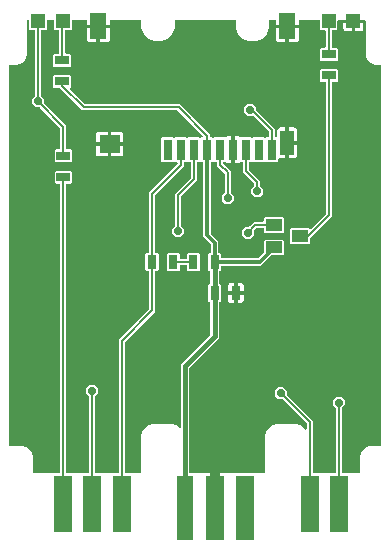
<source format=gtl>
G04 EAGLE Gerber RS-274X export*
G75*
%MOMM*%
%FSLAX34Y34*%
%LPD*%
%INTop Copper*%
%IPPOS*%
%AMOC8*
5,1,8,0,0,1.08239X$1,22.5*%
G01*
%ADD10R,1.500000X4.700000*%
%ADD11R,1.500000X5.500000*%
%ADD12R,1.400000X5.500000*%
%ADD13R,0.800000X1.800000*%
%ADD14R,1.150000X2.100000*%
%ADD15R,1.400000X2.200000*%
%ADD16R,1.800000X1.600000*%
%ADD17R,1.200000X1.200000*%
%ADD18R,1.200000X0.800000*%
%ADD19R,1.400000X1.000000*%
%ADD20R,0.800000X1.200000*%
%ADD21C,0.812800*%
%ADD22C,0.406400*%
%ADD23C,0.706400*%
%ADD24C,0.203200*%
%ADD25C,0.304800*%

G36*
X296218Y59242D02*
X296218Y59242D01*
X296237Y59240D01*
X296339Y59262D01*
X296441Y59278D01*
X296458Y59288D01*
X296478Y59292D01*
X296567Y59345D01*
X296658Y59394D01*
X296672Y59408D01*
X296689Y59418D01*
X296756Y59497D01*
X296828Y59572D01*
X296836Y59590D01*
X296849Y59605D01*
X296888Y59701D01*
X296931Y59795D01*
X296933Y59815D01*
X296941Y59833D01*
X296959Y60000D01*
X296959Y113574D01*
X296945Y113664D01*
X296937Y113755D01*
X296925Y113785D01*
X296920Y113817D01*
X296877Y113898D01*
X296841Y113981D01*
X296815Y114014D01*
X296804Y114034D01*
X296781Y114056D01*
X296736Y114112D01*
X293943Y116905D01*
X293943Y121095D01*
X296905Y124057D01*
X301095Y124057D01*
X304057Y121095D01*
X304057Y116905D01*
X302264Y115112D01*
X302211Y115038D01*
X302151Y114969D01*
X302139Y114939D01*
X302120Y114913D01*
X302093Y114826D01*
X302059Y114741D01*
X302055Y114700D01*
X302048Y114678D01*
X302049Y114645D01*
X302041Y114574D01*
X302041Y60000D01*
X302044Y59980D01*
X302042Y59961D01*
X302064Y59859D01*
X302080Y59757D01*
X302090Y59740D01*
X302094Y59720D01*
X302147Y59631D01*
X302196Y59540D01*
X302210Y59526D01*
X302220Y59509D01*
X302299Y59442D01*
X302374Y59370D01*
X302392Y59362D01*
X302407Y59349D01*
X302503Y59310D01*
X302597Y59267D01*
X302617Y59265D01*
X302635Y59257D01*
X302802Y59239D01*
X316078Y59239D01*
X316098Y59242D01*
X316117Y59240D01*
X316219Y59262D01*
X316321Y59278D01*
X316338Y59288D01*
X316358Y59292D01*
X316447Y59345D01*
X316538Y59394D01*
X316552Y59408D01*
X316569Y59418D01*
X316636Y59497D01*
X316708Y59572D01*
X316716Y59590D01*
X316729Y59605D01*
X316768Y59701D01*
X316811Y59795D01*
X316813Y59815D01*
X316821Y59833D01*
X316839Y60000D01*
X316839Y74021D01*
X318386Y77756D01*
X321244Y80614D01*
X324979Y82161D01*
X334078Y82161D01*
X334098Y82164D01*
X334117Y82162D01*
X334219Y82184D01*
X334321Y82200D01*
X334338Y82210D01*
X334358Y82214D01*
X334447Y82267D01*
X334538Y82316D01*
X334552Y82330D01*
X334569Y82340D01*
X334636Y82419D01*
X334708Y82494D01*
X334716Y82512D01*
X334729Y82527D01*
X334768Y82623D01*
X334811Y82717D01*
X334813Y82737D01*
X334821Y82755D01*
X334839Y82922D01*
X334839Y404078D01*
X334836Y404098D01*
X334838Y404117D01*
X334816Y404219D01*
X334800Y404321D01*
X334790Y404338D01*
X334786Y404358D01*
X334733Y404447D01*
X334684Y404538D01*
X334670Y404552D01*
X334660Y404569D01*
X334581Y404636D01*
X334506Y404708D01*
X334488Y404716D01*
X334473Y404729D01*
X334377Y404768D01*
X334283Y404811D01*
X334263Y404813D01*
X334245Y404821D01*
X334078Y404839D01*
X329979Y404839D01*
X326244Y406386D01*
X323386Y409244D01*
X321839Y412979D01*
X321839Y442078D01*
X321836Y442098D01*
X321838Y442117D01*
X321816Y442219D01*
X321800Y442321D01*
X321790Y442338D01*
X321786Y442358D01*
X321733Y442447D01*
X321684Y442538D01*
X321670Y442552D01*
X321660Y442569D01*
X321581Y442636D01*
X321506Y442708D01*
X321488Y442716D01*
X321473Y442729D01*
X321377Y442768D01*
X321283Y442811D01*
X321263Y442813D01*
X321245Y442821D01*
X321078Y442839D01*
X312262Y442839D01*
X312242Y442836D01*
X312223Y442838D01*
X312121Y442816D01*
X312019Y442800D01*
X312002Y442790D01*
X311982Y442786D01*
X311893Y442733D01*
X311802Y442684D01*
X311788Y442670D01*
X311771Y442660D01*
X311704Y442581D01*
X311633Y442506D01*
X311624Y442488D01*
X311611Y442473D01*
X311572Y442377D01*
X311529Y442283D01*
X311527Y442263D01*
X311519Y442245D01*
X311501Y442078D01*
X311501Y441999D01*
X311499Y441999D01*
X311499Y442078D01*
X311496Y442098D01*
X311498Y442117D01*
X311476Y442219D01*
X311459Y442321D01*
X311450Y442338D01*
X311446Y442358D01*
X311393Y442447D01*
X311344Y442538D01*
X311330Y442552D01*
X311320Y442569D01*
X311241Y442636D01*
X311166Y442708D01*
X311148Y442716D01*
X311133Y442729D01*
X311037Y442768D01*
X310943Y442811D01*
X310923Y442813D01*
X310905Y442821D01*
X310738Y442839D01*
X298786Y442839D01*
X298766Y442836D01*
X298747Y442838D01*
X298645Y442816D01*
X298543Y442800D01*
X298526Y442790D01*
X298506Y442786D01*
X298417Y442733D01*
X298326Y442684D01*
X298312Y442670D01*
X298295Y442660D01*
X298228Y442581D01*
X298156Y442506D01*
X298148Y442488D01*
X298135Y442473D01*
X298096Y442377D01*
X298053Y442283D01*
X298051Y442263D01*
X298043Y442245D01*
X298025Y442078D01*
X298025Y435368D01*
X297132Y434475D01*
X293802Y434475D01*
X293782Y434472D01*
X293763Y434474D01*
X293661Y434452D01*
X293559Y434436D01*
X293542Y434426D01*
X293522Y434422D01*
X293433Y434369D01*
X293342Y434320D01*
X293328Y434306D01*
X293311Y434296D01*
X293244Y434217D01*
X293172Y434142D01*
X293164Y434124D01*
X293151Y434109D01*
X293112Y434013D01*
X293069Y433919D01*
X293067Y433899D01*
X293059Y433881D01*
X293041Y433714D01*
X293041Y420286D01*
X293044Y420266D01*
X293042Y420247D01*
X293064Y420145D01*
X293080Y420043D01*
X293090Y420026D01*
X293094Y420006D01*
X293147Y419917D01*
X293196Y419826D01*
X293210Y419812D01*
X293220Y419795D01*
X293299Y419728D01*
X293374Y419656D01*
X293392Y419648D01*
X293407Y419635D01*
X293503Y419596D01*
X293597Y419553D01*
X293617Y419551D01*
X293635Y419543D01*
X293802Y419525D01*
X297632Y419525D01*
X298525Y418632D01*
X298525Y409368D01*
X297632Y408475D01*
X284368Y408475D01*
X283475Y409368D01*
X283475Y418632D01*
X284368Y419525D01*
X287198Y419525D01*
X287218Y419528D01*
X287237Y419526D01*
X287339Y419548D01*
X287441Y419564D01*
X287458Y419574D01*
X287478Y419578D01*
X287567Y419631D01*
X287658Y419680D01*
X287672Y419694D01*
X287689Y419704D01*
X287756Y419783D01*
X287828Y419858D01*
X287836Y419876D01*
X287849Y419891D01*
X287888Y419987D01*
X287931Y420081D01*
X287933Y420101D01*
X287941Y420119D01*
X287959Y420286D01*
X287959Y433714D01*
X287956Y433734D01*
X287958Y433753D01*
X287936Y433855D01*
X287920Y433957D01*
X287910Y433974D01*
X287906Y433994D01*
X287853Y434083D01*
X287804Y434174D01*
X287790Y434188D01*
X287780Y434205D01*
X287701Y434272D01*
X287626Y434344D01*
X287608Y434352D01*
X287593Y434365D01*
X287497Y434404D01*
X287403Y434447D01*
X287383Y434449D01*
X287365Y434457D01*
X287198Y434475D01*
X283868Y434475D01*
X282975Y435368D01*
X282975Y442078D01*
X282972Y442098D01*
X282974Y442117D01*
X282952Y442219D01*
X282936Y442321D01*
X282926Y442338D01*
X282922Y442358D01*
X282869Y442447D01*
X282820Y442538D01*
X282806Y442552D01*
X282796Y442569D01*
X282717Y442636D01*
X282642Y442708D01*
X282624Y442716D01*
X282609Y442729D01*
X282513Y442768D01*
X282419Y442811D01*
X282399Y442813D01*
X282381Y442821D01*
X282214Y442839D01*
X265802Y442839D01*
X265782Y442836D01*
X265763Y442838D01*
X265661Y442816D01*
X265559Y442800D01*
X265542Y442790D01*
X265522Y442786D01*
X265433Y442733D01*
X265342Y442684D01*
X265328Y442670D01*
X265311Y442660D01*
X265244Y442581D01*
X265172Y442506D01*
X265164Y442488D01*
X265151Y442473D01*
X265112Y442377D01*
X265069Y442283D01*
X265067Y442263D01*
X265059Y442245D01*
X265041Y442078D01*
X265041Y439023D01*
X256262Y439023D01*
X256242Y439020D01*
X256223Y439022D01*
X256121Y439000D01*
X256019Y438983D01*
X256002Y438974D01*
X255982Y438970D01*
X255893Y438917D01*
X255802Y438868D01*
X255788Y438854D01*
X255771Y438844D01*
X255704Y438765D01*
X255633Y438690D01*
X255624Y438672D01*
X255611Y438657D01*
X255572Y438561D01*
X255529Y438467D01*
X255527Y438447D01*
X255519Y438429D01*
X255501Y438262D01*
X255501Y437499D01*
X255499Y437499D01*
X255499Y438262D01*
X255496Y438282D01*
X255498Y438301D01*
X255476Y438403D01*
X255459Y438505D01*
X255450Y438522D01*
X255446Y438542D01*
X255393Y438631D01*
X255344Y438722D01*
X255330Y438736D01*
X255320Y438753D01*
X255241Y438820D01*
X255166Y438891D01*
X255148Y438900D01*
X255133Y438913D01*
X255037Y438952D01*
X254943Y438995D01*
X254923Y438997D01*
X254905Y439005D01*
X254738Y439023D01*
X245959Y439023D01*
X245959Y442078D01*
X245956Y442098D01*
X245958Y442117D01*
X245936Y442219D01*
X245920Y442321D01*
X245910Y442338D01*
X245906Y442358D01*
X245853Y442447D01*
X245804Y442538D01*
X245790Y442552D01*
X245780Y442569D01*
X245701Y442636D01*
X245626Y442708D01*
X245608Y442716D01*
X245593Y442729D01*
X245497Y442768D01*
X245403Y442811D01*
X245383Y442813D01*
X245365Y442821D01*
X245198Y442839D01*
X240876Y442839D01*
X240831Y442832D01*
X240785Y442834D01*
X240710Y442812D01*
X240634Y442800D01*
X240593Y442778D01*
X240549Y442765D01*
X240485Y442721D01*
X240416Y442684D01*
X240385Y442651D01*
X240347Y442625D01*
X240301Y442563D01*
X240247Y442506D01*
X240228Y442464D01*
X240200Y442427D01*
X240176Y442353D01*
X240143Y442283D01*
X240138Y442237D01*
X240124Y442194D01*
X240125Y442116D01*
X240116Y442039D01*
X240126Y441994D01*
X240126Y441948D01*
X240161Y441830D01*
X240161Y436183D01*
X238005Y430979D01*
X234021Y426995D01*
X228817Y424839D01*
X223183Y424839D01*
X217979Y426995D01*
X213995Y430979D01*
X211839Y436183D01*
X211839Y441836D01*
X211857Y441873D01*
X211865Y441950D01*
X211883Y442026D01*
X211879Y442072D01*
X211884Y442117D01*
X211867Y442194D01*
X211860Y442271D01*
X211841Y442313D01*
X211832Y442358D01*
X211792Y442425D01*
X211760Y442496D01*
X211729Y442530D01*
X211705Y442569D01*
X211646Y442620D01*
X211594Y442677D01*
X211553Y442699D01*
X211518Y442729D01*
X211446Y442758D01*
X211378Y442795D01*
X211333Y442804D01*
X211290Y442821D01*
X211155Y442836D01*
X211136Y442839D01*
X211131Y442838D01*
X211124Y442839D01*
X160876Y442839D01*
X160831Y442832D01*
X160785Y442834D01*
X160710Y442812D01*
X160634Y442800D01*
X160593Y442778D01*
X160549Y442765D01*
X160485Y442721D01*
X160416Y442684D01*
X160385Y442651D01*
X160347Y442625D01*
X160301Y442563D01*
X160247Y442506D01*
X160228Y442464D01*
X160200Y442427D01*
X160176Y442353D01*
X160143Y442283D01*
X160138Y442237D01*
X160124Y442194D01*
X160125Y442116D01*
X160116Y442039D01*
X160126Y441994D01*
X160126Y441948D01*
X160161Y441830D01*
X160161Y436183D01*
X158005Y430979D01*
X154021Y426995D01*
X148817Y424839D01*
X143183Y424839D01*
X137979Y426995D01*
X133995Y430979D01*
X131839Y436183D01*
X131839Y441836D01*
X131857Y441873D01*
X131865Y441950D01*
X131883Y442026D01*
X131879Y442072D01*
X131884Y442117D01*
X131867Y442194D01*
X131860Y442271D01*
X131841Y442313D01*
X131832Y442358D01*
X131792Y442425D01*
X131760Y442496D01*
X131729Y442530D01*
X131705Y442569D01*
X131646Y442620D01*
X131594Y442677D01*
X131553Y442699D01*
X131518Y442729D01*
X131446Y442758D01*
X131378Y442795D01*
X131333Y442804D01*
X131290Y442821D01*
X131155Y442836D01*
X131136Y442839D01*
X131131Y442838D01*
X131124Y442839D01*
X105802Y442839D01*
X105782Y442836D01*
X105763Y442838D01*
X105661Y442816D01*
X105559Y442800D01*
X105542Y442790D01*
X105522Y442786D01*
X105433Y442733D01*
X105342Y442684D01*
X105328Y442670D01*
X105311Y442660D01*
X105244Y442581D01*
X105172Y442506D01*
X105164Y442488D01*
X105151Y442473D01*
X105112Y442377D01*
X105069Y442283D01*
X105067Y442263D01*
X105059Y442245D01*
X105041Y442078D01*
X105041Y439023D01*
X96262Y439023D01*
X96242Y439020D01*
X96223Y439022D01*
X96121Y439000D01*
X96019Y438983D01*
X96002Y438974D01*
X95982Y438970D01*
X95893Y438917D01*
X95802Y438868D01*
X95788Y438854D01*
X95771Y438844D01*
X95704Y438765D01*
X95633Y438690D01*
X95624Y438672D01*
X95611Y438657D01*
X95572Y438561D01*
X95529Y438467D01*
X95527Y438447D01*
X95519Y438429D01*
X95501Y438262D01*
X95501Y437499D01*
X95499Y437499D01*
X95499Y438262D01*
X95496Y438282D01*
X95498Y438301D01*
X95476Y438403D01*
X95459Y438505D01*
X95450Y438522D01*
X95446Y438542D01*
X95393Y438631D01*
X95344Y438722D01*
X95330Y438736D01*
X95320Y438753D01*
X95241Y438820D01*
X95166Y438891D01*
X95148Y438900D01*
X95133Y438913D01*
X95037Y438952D01*
X94943Y438995D01*
X94923Y438997D01*
X94905Y439005D01*
X94738Y439023D01*
X85959Y439023D01*
X85959Y442078D01*
X85956Y442098D01*
X85958Y442117D01*
X85936Y442219D01*
X85920Y442321D01*
X85910Y442338D01*
X85906Y442358D01*
X85853Y442447D01*
X85804Y442538D01*
X85790Y442552D01*
X85780Y442569D01*
X85701Y442636D01*
X85626Y442708D01*
X85608Y442716D01*
X85593Y442729D01*
X85497Y442768D01*
X85403Y442811D01*
X85383Y442813D01*
X85365Y442821D01*
X85198Y442839D01*
X73786Y442839D01*
X73766Y442836D01*
X73747Y442838D01*
X73645Y442816D01*
X73543Y442800D01*
X73526Y442790D01*
X73506Y442786D01*
X73417Y442733D01*
X73326Y442684D01*
X73312Y442670D01*
X73295Y442660D01*
X73228Y442581D01*
X73156Y442506D01*
X73148Y442488D01*
X73135Y442473D01*
X73096Y442377D01*
X73053Y442283D01*
X73051Y442263D01*
X73043Y442245D01*
X73025Y442078D01*
X73025Y435368D01*
X72132Y434475D01*
X68302Y434475D01*
X68282Y434472D01*
X68263Y434474D01*
X68161Y434452D01*
X68059Y434436D01*
X68042Y434426D01*
X68022Y434422D01*
X67933Y434369D01*
X67842Y434320D01*
X67828Y434306D01*
X67811Y434296D01*
X67744Y434217D01*
X67672Y434142D01*
X67664Y434124D01*
X67651Y434109D01*
X67612Y434013D01*
X67569Y433919D01*
X67567Y433899D01*
X67559Y433881D01*
X67541Y433714D01*
X67541Y415286D01*
X67544Y415266D01*
X67542Y415247D01*
X67564Y415145D01*
X67580Y415043D01*
X67590Y415026D01*
X67594Y415006D01*
X67647Y414917D01*
X67696Y414826D01*
X67710Y414812D01*
X67720Y414795D01*
X67799Y414728D01*
X67874Y414656D01*
X67892Y414648D01*
X67907Y414635D01*
X68003Y414596D01*
X68097Y414553D01*
X68117Y414551D01*
X68135Y414543D01*
X68302Y414525D01*
X71632Y414525D01*
X72525Y413632D01*
X72525Y404368D01*
X71632Y403475D01*
X58368Y403475D01*
X57475Y404368D01*
X57475Y413632D01*
X58368Y414525D01*
X61698Y414525D01*
X61718Y414528D01*
X61737Y414526D01*
X61839Y414548D01*
X61941Y414564D01*
X61958Y414574D01*
X61978Y414578D01*
X62067Y414631D01*
X62158Y414680D01*
X62172Y414694D01*
X62189Y414704D01*
X62256Y414783D01*
X62328Y414858D01*
X62336Y414876D01*
X62349Y414891D01*
X62388Y414987D01*
X62431Y415081D01*
X62433Y415101D01*
X62441Y415119D01*
X62459Y415286D01*
X62459Y433714D01*
X62456Y433734D01*
X62458Y433753D01*
X62436Y433855D01*
X62420Y433957D01*
X62410Y433974D01*
X62406Y433994D01*
X62353Y434083D01*
X62304Y434174D01*
X62290Y434188D01*
X62280Y434205D01*
X62201Y434272D01*
X62126Y434344D01*
X62108Y434352D01*
X62093Y434365D01*
X61997Y434404D01*
X61903Y434447D01*
X61883Y434449D01*
X61865Y434457D01*
X61698Y434475D01*
X58868Y434475D01*
X57975Y435368D01*
X57975Y442078D01*
X57972Y442098D01*
X57974Y442117D01*
X57952Y442219D01*
X57936Y442321D01*
X57926Y442338D01*
X57922Y442358D01*
X57869Y442447D01*
X57820Y442538D01*
X57806Y442552D01*
X57796Y442569D01*
X57717Y442636D01*
X57642Y442708D01*
X57624Y442716D01*
X57609Y442729D01*
X57513Y442768D01*
X57419Y442811D01*
X57399Y442813D01*
X57381Y442821D01*
X57214Y442839D01*
X52786Y442839D01*
X52766Y442836D01*
X52747Y442838D01*
X52645Y442816D01*
X52543Y442800D01*
X52526Y442790D01*
X52506Y442786D01*
X52417Y442733D01*
X52326Y442684D01*
X52312Y442670D01*
X52295Y442660D01*
X52228Y442581D01*
X52156Y442506D01*
X52148Y442488D01*
X52135Y442473D01*
X52096Y442377D01*
X52053Y442283D01*
X52051Y442263D01*
X52043Y442245D01*
X52025Y442078D01*
X52025Y435368D01*
X51132Y434475D01*
X47802Y434475D01*
X47782Y434472D01*
X47763Y434474D01*
X47661Y434452D01*
X47559Y434436D01*
X47542Y434426D01*
X47522Y434422D01*
X47433Y434369D01*
X47342Y434320D01*
X47328Y434306D01*
X47311Y434296D01*
X47244Y434217D01*
X47172Y434142D01*
X47164Y434124D01*
X47151Y434109D01*
X47112Y434013D01*
X47069Y433919D01*
X47067Y433899D01*
X47059Y433881D01*
X47041Y433714D01*
X47041Y378926D01*
X47055Y378836D01*
X47063Y378745D01*
X47075Y378715D01*
X47080Y378683D01*
X47123Y378602D01*
X47159Y378519D01*
X47185Y378486D01*
X47196Y378466D01*
X47219Y378444D01*
X47264Y378388D01*
X49557Y376095D01*
X49557Y372852D01*
X49559Y372841D01*
X49558Y372834D01*
X49565Y372800D01*
X49571Y372762D01*
X49579Y372671D01*
X49591Y372641D01*
X49596Y372609D01*
X49639Y372528D01*
X49675Y372444D01*
X49701Y372412D01*
X49712Y372392D01*
X49735Y372369D01*
X49780Y372313D01*
X68541Y353552D01*
X68541Y334286D01*
X68544Y334266D01*
X68542Y334247D01*
X68564Y334145D01*
X68580Y334043D01*
X68590Y334026D01*
X68594Y334006D01*
X68647Y333917D01*
X68696Y333826D01*
X68710Y333812D01*
X68720Y333795D01*
X68799Y333728D01*
X68874Y333656D01*
X68892Y333648D01*
X68907Y333635D01*
X69003Y333596D01*
X69097Y333553D01*
X69117Y333551D01*
X69135Y333543D01*
X69302Y333525D01*
X72632Y333525D01*
X73525Y332632D01*
X73525Y323368D01*
X72632Y322475D01*
X59368Y322475D01*
X58475Y323368D01*
X58475Y332632D01*
X59368Y333525D01*
X62698Y333525D01*
X62718Y333528D01*
X62737Y333526D01*
X62839Y333548D01*
X62941Y333564D01*
X62958Y333574D01*
X62978Y333578D01*
X63067Y333631D01*
X63158Y333680D01*
X63172Y333694D01*
X63189Y333704D01*
X63256Y333783D01*
X63328Y333858D01*
X63336Y333876D01*
X63349Y333891D01*
X63388Y333987D01*
X63431Y334081D01*
X63433Y334101D01*
X63441Y334119D01*
X63459Y334286D01*
X63459Y351132D01*
X63445Y351222D01*
X63437Y351313D01*
X63425Y351343D01*
X63420Y351375D01*
X63377Y351456D01*
X63341Y351540D01*
X63315Y351572D01*
X63304Y351592D01*
X63281Y351615D01*
X63236Y351671D01*
X46187Y368720D01*
X46113Y368773D01*
X46043Y368833D01*
X46013Y368845D01*
X45987Y368864D01*
X45900Y368891D01*
X45815Y368925D01*
X45774Y368929D01*
X45752Y368936D01*
X45720Y368935D01*
X45648Y368943D01*
X42405Y368943D01*
X39443Y371905D01*
X39443Y376095D01*
X41736Y378388D01*
X41789Y378462D01*
X41849Y378531D01*
X41861Y378561D01*
X41880Y378587D01*
X41907Y378674D01*
X41941Y378759D01*
X41945Y378800D01*
X41952Y378822D01*
X41951Y378855D01*
X41959Y378926D01*
X41959Y433714D01*
X41956Y433734D01*
X41958Y433753D01*
X41936Y433855D01*
X41920Y433957D01*
X41910Y433974D01*
X41906Y433994D01*
X41853Y434083D01*
X41804Y434174D01*
X41790Y434188D01*
X41780Y434205D01*
X41701Y434272D01*
X41626Y434344D01*
X41608Y434352D01*
X41593Y434365D01*
X41497Y434404D01*
X41403Y434447D01*
X41383Y434449D01*
X41365Y434457D01*
X41198Y434475D01*
X37868Y434475D01*
X36975Y435368D01*
X36975Y442078D01*
X36972Y442098D01*
X36974Y442117D01*
X36952Y442219D01*
X36936Y442321D01*
X36926Y442338D01*
X36922Y442358D01*
X36869Y442447D01*
X36820Y442538D01*
X36806Y442552D01*
X36796Y442569D01*
X36717Y442636D01*
X36642Y442708D01*
X36624Y442716D01*
X36609Y442729D01*
X36513Y442768D01*
X36419Y442811D01*
X36399Y442813D01*
X36381Y442821D01*
X36214Y442839D01*
X35922Y442839D01*
X35902Y442836D01*
X35883Y442838D01*
X35781Y442816D01*
X35679Y442800D01*
X35662Y442790D01*
X35642Y442786D01*
X35553Y442733D01*
X35462Y442684D01*
X35448Y442670D01*
X35431Y442660D01*
X35364Y442581D01*
X35292Y442506D01*
X35284Y442488D01*
X35271Y442473D01*
X35232Y442377D01*
X35189Y442283D01*
X35187Y442263D01*
X35179Y442245D01*
X35161Y442078D01*
X35161Y412979D01*
X33614Y409244D01*
X30756Y406386D01*
X27021Y404839D01*
X20922Y404839D01*
X20902Y404836D01*
X20883Y404838D01*
X20781Y404816D01*
X20679Y404800D01*
X20662Y404790D01*
X20642Y404786D01*
X20553Y404733D01*
X20462Y404684D01*
X20448Y404670D01*
X20431Y404660D01*
X20364Y404581D01*
X20292Y404506D01*
X20284Y404488D01*
X20271Y404473D01*
X20232Y404377D01*
X20189Y404283D01*
X20187Y404263D01*
X20179Y404245D01*
X20161Y404078D01*
X20161Y82922D01*
X20164Y82902D01*
X20162Y82883D01*
X20184Y82781D01*
X20200Y82679D01*
X20210Y82662D01*
X20214Y82642D01*
X20267Y82553D01*
X20316Y82462D01*
X20330Y82448D01*
X20340Y82431D01*
X20419Y82364D01*
X20494Y82292D01*
X20512Y82284D01*
X20527Y82271D01*
X20623Y82232D01*
X20717Y82189D01*
X20737Y82187D01*
X20755Y82179D01*
X20922Y82161D01*
X32021Y82161D01*
X35756Y80614D01*
X38614Y77756D01*
X40161Y74021D01*
X40161Y60000D01*
X40164Y59980D01*
X40162Y59961D01*
X40184Y59859D01*
X40200Y59757D01*
X40210Y59740D01*
X40214Y59720D01*
X40267Y59631D01*
X40316Y59540D01*
X40330Y59526D01*
X40340Y59509D01*
X40419Y59442D01*
X40494Y59371D01*
X40512Y59362D01*
X40527Y59349D01*
X40623Y59310D01*
X40717Y59267D01*
X40737Y59265D01*
X40755Y59257D01*
X40922Y59239D01*
X62198Y59239D01*
X62218Y59242D01*
X62237Y59240D01*
X62339Y59262D01*
X62441Y59279D01*
X62458Y59288D01*
X62478Y59292D01*
X62567Y59345D01*
X62658Y59394D01*
X62672Y59408D01*
X62689Y59418D01*
X62756Y59497D01*
X62828Y59572D01*
X62836Y59590D01*
X62849Y59605D01*
X62888Y59701D01*
X62931Y59795D01*
X62933Y59815D01*
X62941Y59833D01*
X62959Y60000D01*
X62959Y303714D01*
X62956Y303734D01*
X62958Y303753D01*
X62936Y303855D01*
X62920Y303957D01*
X62910Y303974D01*
X62906Y303994D01*
X62853Y304083D01*
X62804Y304174D01*
X62790Y304188D01*
X62780Y304205D01*
X62701Y304272D01*
X62626Y304344D01*
X62608Y304352D01*
X62593Y304365D01*
X62497Y304404D01*
X62403Y304447D01*
X62383Y304449D01*
X62365Y304457D01*
X62198Y304475D01*
X59368Y304475D01*
X58475Y305368D01*
X58475Y314632D01*
X59368Y315525D01*
X72632Y315525D01*
X73525Y314632D01*
X73525Y305368D01*
X72632Y304475D01*
X68802Y304475D01*
X68782Y304472D01*
X68763Y304474D01*
X68661Y304452D01*
X68559Y304436D01*
X68542Y304426D01*
X68522Y304422D01*
X68433Y304369D01*
X68342Y304320D01*
X68328Y304306D01*
X68311Y304296D01*
X68244Y304217D01*
X68172Y304142D01*
X68164Y304124D01*
X68151Y304109D01*
X68112Y304013D01*
X68069Y303919D01*
X68067Y303899D01*
X68059Y303881D01*
X68041Y303714D01*
X68041Y60000D01*
X68044Y59980D01*
X68042Y59961D01*
X68064Y59859D01*
X68080Y59757D01*
X68090Y59740D01*
X68094Y59720D01*
X68147Y59631D01*
X68196Y59540D01*
X68210Y59526D01*
X68220Y59509D01*
X68299Y59442D01*
X68374Y59371D01*
X68392Y59362D01*
X68407Y59349D01*
X68503Y59310D01*
X68597Y59267D01*
X68617Y59265D01*
X68635Y59257D01*
X68802Y59239D01*
X86698Y59239D01*
X86718Y59242D01*
X86737Y59240D01*
X86839Y59262D01*
X86941Y59279D01*
X86958Y59288D01*
X86978Y59292D01*
X87067Y59345D01*
X87158Y59394D01*
X87172Y59408D01*
X87189Y59418D01*
X87256Y59497D01*
X87328Y59572D01*
X87336Y59590D01*
X87349Y59605D01*
X87388Y59701D01*
X87431Y59795D01*
X87433Y59815D01*
X87441Y59833D01*
X87459Y60000D01*
X87459Y124074D01*
X87445Y124164D01*
X87437Y124255D01*
X87425Y124285D01*
X87420Y124317D01*
X87377Y124398D01*
X87341Y124481D01*
X87315Y124514D01*
X87304Y124534D01*
X87281Y124556D01*
X87236Y124612D01*
X84943Y126905D01*
X84943Y131095D01*
X87905Y134057D01*
X92095Y134057D01*
X95057Y131095D01*
X95057Y126905D01*
X92764Y124612D01*
X92711Y124538D01*
X92651Y124469D01*
X92639Y124439D01*
X92620Y124413D01*
X92593Y124326D01*
X92559Y124241D01*
X92555Y124200D01*
X92548Y124178D01*
X92549Y124145D01*
X92541Y124074D01*
X92541Y60000D01*
X92544Y59980D01*
X92542Y59961D01*
X92564Y59859D01*
X92580Y59757D01*
X92590Y59740D01*
X92594Y59720D01*
X92647Y59631D01*
X92696Y59540D01*
X92710Y59526D01*
X92720Y59509D01*
X92799Y59442D01*
X92874Y59371D01*
X92892Y59362D01*
X92907Y59349D01*
X93003Y59310D01*
X93097Y59267D01*
X93117Y59265D01*
X93135Y59257D01*
X93302Y59239D01*
X112198Y59239D01*
X112218Y59242D01*
X112237Y59240D01*
X112339Y59262D01*
X112441Y59279D01*
X112458Y59288D01*
X112478Y59292D01*
X112567Y59345D01*
X112658Y59394D01*
X112672Y59408D01*
X112689Y59418D01*
X112756Y59497D01*
X112828Y59572D01*
X112836Y59590D01*
X112849Y59605D01*
X112888Y59701D01*
X112931Y59795D01*
X112933Y59815D01*
X112941Y59833D01*
X112959Y60000D01*
X112959Y172552D01*
X138236Y197829D01*
X138289Y197903D01*
X138349Y197973D01*
X138361Y198003D01*
X138380Y198029D01*
X138407Y198116D01*
X138441Y198201D01*
X138445Y198242D01*
X138452Y198264D01*
X138451Y198296D01*
X138459Y198368D01*
X138459Y229714D01*
X138456Y229734D01*
X138458Y229753D01*
X138436Y229855D01*
X138420Y229957D01*
X138410Y229974D01*
X138406Y229994D01*
X138353Y230083D01*
X138304Y230174D01*
X138290Y230188D01*
X138280Y230205D01*
X138201Y230272D01*
X138126Y230344D01*
X138108Y230352D01*
X138093Y230365D01*
X137997Y230404D01*
X137903Y230447D01*
X137883Y230449D01*
X137865Y230457D01*
X137698Y230475D01*
X136368Y230475D01*
X135475Y231368D01*
X135475Y244632D01*
X136368Y245525D01*
X137698Y245525D01*
X137718Y245528D01*
X137737Y245526D01*
X137839Y245548D01*
X137941Y245564D01*
X137958Y245574D01*
X137978Y245578D01*
X138067Y245631D01*
X138158Y245680D01*
X138172Y245694D01*
X138189Y245704D01*
X138256Y245783D01*
X138328Y245858D01*
X138336Y245876D01*
X138349Y245891D01*
X138388Y245987D01*
X138431Y246081D01*
X138433Y246101D01*
X138441Y246119D01*
X138459Y246286D01*
X138459Y297052D01*
X162583Y321176D01*
X162624Y321234D01*
X162674Y321286D01*
X162696Y321333D01*
X162726Y321375D01*
X162747Y321444D01*
X162777Y321509D01*
X162783Y321561D01*
X162799Y321611D01*
X162797Y321682D01*
X162805Y321753D01*
X162793Y321804D01*
X162792Y321856D01*
X162768Y321924D01*
X162752Y321994D01*
X162726Y322039D01*
X162708Y322087D01*
X162663Y322143D01*
X162626Y322205D01*
X162587Y322239D01*
X162554Y322279D01*
X162494Y322318D01*
X162439Y322365D01*
X162391Y322384D01*
X162347Y322412D01*
X162278Y322430D01*
X162211Y322457D01*
X162140Y322465D01*
X162109Y322473D01*
X162085Y322471D01*
X162044Y322475D01*
X160868Y322475D01*
X160538Y322805D01*
X160522Y322817D01*
X160510Y322833D01*
X160423Y322889D01*
X160339Y322949D01*
X160320Y322955D01*
X160303Y322966D01*
X160202Y322991D01*
X160103Y323021D01*
X160084Y323021D01*
X160064Y323026D01*
X159961Y323018D01*
X159858Y323015D01*
X159839Y323008D01*
X159819Y323007D01*
X159724Y322966D01*
X159627Y322931D01*
X159611Y322918D01*
X159593Y322910D01*
X159462Y322805D01*
X159132Y322475D01*
X149868Y322475D01*
X148975Y323368D01*
X148975Y342632D01*
X149868Y343525D01*
X159132Y343525D01*
X159462Y343195D01*
X159478Y343183D01*
X159490Y343167D01*
X159577Y343111D01*
X159661Y343051D01*
X159680Y343045D01*
X159697Y343034D01*
X159798Y343009D01*
X159897Y342979D01*
X159916Y342979D01*
X159936Y342974D01*
X160039Y342982D01*
X160142Y342985D01*
X160161Y342992D01*
X160181Y342993D01*
X160276Y343034D01*
X160373Y343069D01*
X160389Y343082D01*
X160407Y343090D01*
X160538Y343195D01*
X160868Y343525D01*
X170132Y343525D01*
X170462Y343195D01*
X170478Y343183D01*
X170490Y343167D01*
X170577Y343111D01*
X170661Y343051D01*
X170680Y343045D01*
X170697Y343034D01*
X170798Y343009D01*
X170897Y342979D01*
X170916Y342979D01*
X170936Y342974D01*
X171039Y342982D01*
X171142Y342985D01*
X171161Y342992D01*
X171181Y342993D01*
X171276Y343034D01*
X171373Y343069D01*
X171389Y343082D01*
X171407Y343090D01*
X171538Y343195D01*
X171868Y343525D01*
X181132Y343525D01*
X181462Y343195D01*
X181478Y343183D01*
X181490Y343167D01*
X181577Y343111D01*
X181661Y343051D01*
X181680Y343045D01*
X181697Y343034D01*
X181798Y343009D01*
X181897Y342979D01*
X181916Y342979D01*
X181936Y342974D01*
X182039Y342982D01*
X182142Y342985D01*
X182161Y342992D01*
X182181Y342993D01*
X182276Y343034D01*
X182373Y343069D01*
X182389Y343082D01*
X182407Y343090D01*
X182538Y343195D01*
X182868Y343525D01*
X183544Y343525D01*
X183615Y343536D01*
X183687Y343538D01*
X183736Y343556D01*
X183787Y343564D01*
X183850Y343598D01*
X183918Y343623D01*
X183958Y343655D01*
X184004Y343680D01*
X184054Y343732D01*
X184110Y343776D01*
X184138Y343820D01*
X184174Y343858D01*
X184204Y343923D01*
X184243Y343983D01*
X184256Y344034D01*
X184277Y344081D01*
X184285Y344152D01*
X184303Y344222D01*
X184299Y344274D01*
X184305Y344325D01*
X184289Y344396D01*
X184284Y344467D01*
X184263Y344515D01*
X184252Y344566D01*
X184215Y344627D01*
X184187Y344693D01*
X184143Y344749D01*
X184126Y344777D01*
X184108Y344792D01*
X184083Y344824D01*
X162671Y366236D01*
X162597Y366289D01*
X162527Y366349D01*
X162497Y366361D01*
X162471Y366380D01*
X162384Y366407D01*
X162299Y366441D01*
X162258Y366445D01*
X162236Y366452D01*
X162204Y366451D01*
X162132Y366459D01*
X81948Y366459D01*
X63155Y385252D01*
X63081Y385305D01*
X63011Y385365D01*
X62981Y385377D01*
X62955Y385396D01*
X62868Y385423D01*
X62783Y385457D01*
X62742Y385461D01*
X62720Y385468D01*
X62688Y385467D01*
X62616Y385475D01*
X58368Y385475D01*
X57475Y386368D01*
X57475Y395632D01*
X58368Y396525D01*
X71632Y396525D01*
X72525Y395632D01*
X72525Y386368D01*
X71413Y385257D01*
X71401Y385241D01*
X71386Y385228D01*
X71330Y385141D01*
X71269Y385057D01*
X71264Y385038D01*
X71253Y385021D01*
X71228Y384921D01*
X71197Y384822D01*
X71198Y384802D01*
X71193Y384783D01*
X71201Y384680D01*
X71203Y384576D01*
X71210Y384557D01*
X71212Y384537D01*
X71252Y384443D01*
X71288Y384345D01*
X71300Y384329D01*
X71308Y384311D01*
X71413Y384180D01*
X83829Y371764D01*
X83903Y371711D01*
X83973Y371651D01*
X84003Y371639D01*
X84029Y371620D01*
X84116Y371593D01*
X84201Y371559D01*
X84242Y371555D01*
X84264Y371548D01*
X84296Y371549D01*
X84368Y371541D01*
X164552Y371541D01*
X190041Y346052D01*
X190041Y344286D01*
X190044Y344266D01*
X190042Y344247D01*
X190064Y344145D01*
X190080Y344043D01*
X190090Y344026D01*
X190094Y344006D01*
X190147Y343917D01*
X190196Y343826D01*
X190210Y343812D01*
X190220Y343795D01*
X190299Y343728D01*
X190374Y343656D01*
X190392Y343648D01*
X190407Y343635D01*
X190503Y343596D01*
X190597Y343553D01*
X190617Y343551D01*
X190635Y343543D01*
X190802Y343525D01*
X192132Y343525D01*
X192462Y343195D01*
X192478Y343183D01*
X192490Y343167D01*
X192577Y343111D01*
X192661Y343051D01*
X192680Y343045D01*
X192697Y343034D01*
X192798Y343009D01*
X192897Y342979D01*
X192916Y342979D01*
X192936Y342974D01*
X193039Y342982D01*
X193142Y342985D01*
X193161Y342992D01*
X193181Y342993D01*
X193276Y343034D01*
X193373Y343069D01*
X193389Y343082D01*
X193407Y343090D01*
X193538Y343195D01*
X193868Y343525D01*
X203116Y343525D01*
X203206Y343539D01*
X203297Y343547D01*
X203327Y343559D01*
X203359Y343564D01*
X203440Y343607D01*
X203524Y343643D01*
X203556Y343669D01*
X203576Y343680D01*
X203599Y343703D01*
X203655Y343748D01*
X203940Y344033D01*
X204519Y344368D01*
X205166Y344541D01*
X207977Y344541D01*
X207977Y333762D01*
X207980Y333742D01*
X207978Y333723D01*
X208000Y333621D01*
X208017Y333519D01*
X208026Y333502D01*
X208030Y333482D01*
X208083Y333393D01*
X208132Y333302D01*
X208146Y333288D01*
X208156Y333271D01*
X208235Y333204D01*
X208310Y333133D01*
X208328Y333124D01*
X208343Y333111D01*
X208439Y333072D01*
X208533Y333029D01*
X208553Y333027D01*
X208571Y333019D01*
X208738Y333001D01*
X210262Y333001D01*
X210282Y333004D01*
X210301Y333002D01*
X210403Y333024D01*
X210505Y333041D01*
X210522Y333050D01*
X210542Y333054D01*
X210631Y333107D01*
X210722Y333156D01*
X210736Y333170D01*
X210753Y333180D01*
X210820Y333259D01*
X210891Y333334D01*
X210900Y333352D01*
X210913Y333367D01*
X210952Y333463D01*
X210995Y333557D01*
X210997Y333577D01*
X211005Y333595D01*
X211023Y333762D01*
X211023Y344541D01*
X213835Y344541D01*
X214481Y344368D01*
X215060Y344033D01*
X215345Y343748D01*
X215419Y343695D01*
X215489Y343635D01*
X215519Y343623D01*
X215545Y343604D01*
X215632Y343577D01*
X215717Y343543D01*
X215758Y343539D01*
X215780Y343532D01*
X215812Y343533D01*
X215884Y343525D01*
X225132Y343525D01*
X225462Y343195D01*
X225478Y343183D01*
X225490Y343167D01*
X225577Y343111D01*
X225661Y343051D01*
X225680Y343045D01*
X225697Y343034D01*
X225798Y343009D01*
X225897Y342979D01*
X225916Y342979D01*
X225936Y342974D01*
X226039Y342982D01*
X226142Y342985D01*
X226161Y342992D01*
X226181Y342993D01*
X226276Y343034D01*
X226373Y343069D01*
X226389Y343082D01*
X226407Y343090D01*
X226538Y343195D01*
X226868Y343525D01*
X236132Y343525D01*
X236462Y343195D01*
X236478Y343183D01*
X236490Y343167D01*
X236577Y343111D01*
X236661Y343051D01*
X236680Y343045D01*
X236697Y343034D01*
X236798Y343009D01*
X236897Y342979D01*
X236916Y342979D01*
X236936Y342974D01*
X237039Y342982D01*
X237142Y342985D01*
X237161Y342992D01*
X237181Y342993D01*
X237276Y343034D01*
X237373Y343069D01*
X237389Y343082D01*
X237407Y343090D01*
X237538Y343195D01*
X237868Y343525D01*
X239198Y343525D01*
X239218Y343528D01*
X239237Y343526D01*
X239339Y343548D01*
X239441Y343564D01*
X239458Y343574D01*
X239478Y343578D01*
X239567Y343631D01*
X239658Y343680D01*
X239672Y343694D01*
X239689Y343704D01*
X239756Y343783D01*
X239828Y343858D01*
X239836Y343876D01*
X239849Y343891D01*
X239888Y343987D01*
X239931Y344081D01*
X239933Y344101D01*
X239941Y344119D01*
X239959Y344286D01*
X239959Y348632D01*
X239945Y348722D01*
X239937Y348813D01*
X239925Y348843D01*
X239920Y348875D01*
X239877Y348956D01*
X239841Y349040D01*
X239815Y349072D01*
X239804Y349092D01*
X239781Y349115D01*
X239736Y349171D01*
X227067Y361840D01*
X227051Y361851D01*
X227039Y361867D01*
X226951Y361923D01*
X226868Y361983D01*
X226849Y361989D01*
X226832Y362000D01*
X226731Y362025D01*
X226633Y362055D01*
X226613Y362055D01*
X226593Y362060D01*
X226490Y362052D01*
X226387Y362049D01*
X226368Y362042D01*
X226348Y362041D01*
X226253Y362000D01*
X226156Y361965D01*
X226140Y361952D01*
X226122Y361944D01*
X226120Y361943D01*
X221905Y361943D01*
X218943Y364905D01*
X218943Y369095D01*
X221905Y372057D01*
X226095Y372057D01*
X229057Y369095D01*
X229057Y367352D01*
X229071Y367262D01*
X229079Y367171D01*
X229091Y367141D01*
X229096Y367109D01*
X229139Y367028D01*
X229175Y366944D01*
X229201Y366912D01*
X229212Y366892D01*
X229235Y366869D01*
X229280Y366813D01*
X245041Y351052D01*
X245041Y344286D01*
X245044Y344266D01*
X245042Y344247D01*
X245064Y344145D01*
X245080Y344043D01*
X245090Y344026D01*
X245094Y344006D01*
X245147Y343917D01*
X245196Y343826D01*
X245210Y343812D01*
X245220Y343795D01*
X245299Y343728D01*
X245374Y343656D01*
X245392Y343648D01*
X245407Y343635D01*
X245503Y343596D01*
X245597Y343553D01*
X245617Y343551D01*
X245635Y343543D01*
X245802Y343525D01*
X246448Y343525D01*
X246468Y343528D01*
X246487Y343526D01*
X246589Y343548D01*
X246691Y343564D01*
X246708Y343574D01*
X246728Y343578D01*
X246817Y343631D01*
X246908Y343680D01*
X246922Y343694D01*
X246939Y343704D01*
X247006Y343783D01*
X247078Y343858D01*
X247086Y343876D01*
X247099Y343891D01*
X247138Y343987D01*
X247181Y344081D01*
X247183Y344101D01*
X247191Y344119D01*
X247209Y344286D01*
X247209Y349834D01*
X247382Y350481D01*
X247717Y351060D01*
X248190Y351533D01*
X248769Y351868D01*
X249416Y352041D01*
X253977Y352041D01*
X253977Y339762D01*
X253980Y339742D01*
X253978Y339723D01*
X254000Y339621D01*
X254017Y339519D01*
X254026Y339502D01*
X254030Y339482D01*
X254083Y339393D01*
X254132Y339302D01*
X254146Y339288D01*
X254156Y339271D01*
X254235Y339204D01*
X254310Y339133D01*
X254328Y339124D01*
X254343Y339111D01*
X254439Y339072D01*
X254533Y339029D01*
X254553Y339027D01*
X254571Y339019D01*
X254738Y339001D01*
X255501Y339001D01*
X255501Y338999D01*
X254738Y338999D01*
X254718Y338996D01*
X254699Y338998D01*
X254597Y338976D01*
X254495Y338959D01*
X254478Y338950D01*
X254458Y338946D01*
X254369Y338893D01*
X254278Y338844D01*
X254264Y338830D01*
X254247Y338820D01*
X254180Y338741D01*
X254109Y338666D01*
X254100Y338648D01*
X254087Y338633D01*
X254048Y338537D01*
X254005Y338443D01*
X254003Y338423D01*
X253995Y338405D01*
X253977Y338238D01*
X253977Y325959D01*
X249416Y325959D01*
X248983Y326075D01*
X248864Y326087D01*
X248747Y326100D01*
X248742Y326099D01*
X248738Y326100D01*
X248623Y326073D01*
X248506Y326048D01*
X248503Y326046D01*
X248499Y326045D01*
X248397Y325983D01*
X248295Y325922D01*
X248292Y325918D01*
X248289Y325916D01*
X248213Y325826D01*
X248135Y325735D01*
X248134Y325731D01*
X248131Y325728D01*
X248088Y325619D01*
X248043Y325507D01*
X248043Y325502D01*
X248041Y325499D01*
X248041Y325485D01*
X248025Y325340D01*
X248025Y323368D01*
X247132Y322475D01*
X237868Y322475D01*
X237538Y322805D01*
X237522Y322817D01*
X237510Y322833D01*
X237423Y322889D01*
X237339Y322949D01*
X237320Y322955D01*
X237303Y322966D01*
X237202Y322991D01*
X237103Y323021D01*
X237084Y323021D01*
X237064Y323026D01*
X236961Y323018D01*
X236858Y323015D01*
X236839Y323008D01*
X236819Y323007D01*
X236724Y322966D01*
X236627Y322931D01*
X236611Y322918D01*
X236593Y322910D01*
X236462Y322805D01*
X236132Y322475D01*
X226868Y322475D01*
X226538Y322805D01*
X226522Y322817D01*
X226510Y322833D01*
X226423Y322889D01*
X226339Y322949D01*
X226320Y322955D01*
X226303Y322966D01*
X226202Y322991D01*
X226103Y323021D01*
X226084Y323021D01*
X226064Y323026D01*
X225961Y323018D01*
X225858Y323015D01*
X225839Y323008D01*
X225819Y323007D01*
X225724Y322966D01*
X225627Y322931D01*
X225611Y322918D01*
X225593Y322910D01*
X225462Y322805D01*
X225132Y322475D01*
X223802Y322475D01*
X223782Y322472D01*
X223763Y322474D01*
X223661Y322452D01*
X223559Y322436D01*
X223542Y322426D01*
X223522Y322422D01*
X223433Y322369D01*
X223342Y322320D01*
X223328Y322306D01*
X223311Y322296D01*
X223244Y322217D01*
X223172Y322142D01*
X223164Y322124D01*
X223151Y322109D01*
X223112Y322013D01*
X223069Y321919D01*
X223067Y321899D01*
X223059Y321881D01*
X223041Y321714D01*
X223041Y316868D01*
X223055Y316778D01*
X223063Y316687D01*
X223075Y316657D01*
X223080Y316625D01*
X223123Y316544D01*
X223159Y316460D01*
X223185Y316428D01*
X223196Y316408D01*
X223219Y316385D01*
X223264Y316329D01*
X232541Y307052D01*
X232541Y302926D01*
X232555Y302836D01*
X232563Y302745D01*
X232575Y302715D01*
X232580Y302683D01*
X232623Y302602D01*
X232659Y302519D01*
X232685Y302486D01*
X232696Y302466D01*
X232719Y302444D01*
X232764Y302388D01*
X235057Y300095D01*
X235057Y295905D01*
X232095Y292943D01*
X227905Y292943D01*
X224943Y295905D01*
X224943Y300095D01*
X227236Y302388D01*
X227289Y302462D01*
X227349Y302531D01*
X227361Y302561D01*
X227380Y302587D01*
X227407Y302674D01*
X227441Y302759D01*
X227445Y302800D01*
X227452Y302822D01*
X227451Y302855D01*
X227459Y302926D01*
X227459Y304632D01*
X227445Y304722D01*
X227437Y304813D01*
X227425Y304843D01*
X227420Y304875D01*
X227377Y304956D01*
X227341Y305040D01*
X227315Y305072D01*
X227304Y305092D01*
X227281Y305115D01*
X227236Y305171D01*
X217959Y314448D01*
X217959Y321714D01*
X217956Y321734D01*
X217958Y321753D01*
X217936Y321855D01*
X217920Y321957D01*
X217910Y321974D01*
X217906Y321994D01*
X217853Y322083D01*
X217804Y322174D01*
X217790Y322188D01*
X217780Y322205D01*
X217701Y322272D01*
X217626Y322344D01*
X217608Y322352D01*
X217593Y322365D01*
X217497Y322404D01*
X217403Y322447D01*
X217383Y322449D01*
X217365Y322457D01*
X217198Y322475D01*
X215884Y322475D01*
X215794Y322461D01*
X215703Y322453D01*
X215673Y322441D01*
X215641Y322436D01*
X215560Y322393D01*
X215476Y322357D01*
X215444Y322331D01*
X215424Y322320D01*
X215401Y322297D01*
X215345Y322252D01*
X215060Y321967D01*
X214481Y321632D01*
X213834Y321459D01*
X211023Y321459D01*
X211023Y332238D01*
X211020Y332258D01*
X211022Y332277D01*
X211000Y332379D01*
X210983Y332481D01*
X210974Y332498D01*
X210970Y332518D01*
X210917Y332607D01*
X210868Y332698D01*
X210854Y332712D01*
X210844Y332729D01*
X210765Y332796D01*
X210690Y332867D01*
X210672Y332876D01*
X210657Y332889D01*
X210561Y332928D01*
X210467Y332971D01*
X210447Y332973D01*
X210429Y332981D01*
X210262Y332999D01*
X208738Y332999D01*
X208718Y332996D01*
X208699Y332998D01*
X208597Y332976D01*
X208495Y332959D01*
X208478Y332950D01*
X208458Y332946D01*
X208369Y332893D01*
X208278Y332844D01*
X208264Y332830D01*
X208247Y332820D01*
X208180Y332741D01*
X208109Y332666D01*
X208100Y332648D01*
X208087Y332633D01*
X208048Y332537D01*
X208005Y332443D01*
X208003Y332423D01*
X207995Y332405D01*
X207977Y332238D01*
X207977Y321459D01*
X205166Y321459D01*
X204519Y321632D01*
X203940Y321967D01*
X203655Y322252D01*
X203581Y322305D01*
X203511Y322365D01*
X203481Y322377D01*
X203455Y322396D01*
X203368Y322423D01*
X203283Y322457D01*
X203242Y322461D01*
X203220Y322468D01*
X203188Y322467D01*
X203116Y322475D01*
X201956Y322475D01*
X201885Y322464D01*
X201813Y322462D01*
X201764Y322444D01*
X201713Y322436D01*
X201650Y322402D01*
X201582Y322377D01*
X201542Y322345D01*
X201496Y322320D01*
X201446Y322268D01*
X201390Y322224D01*
X201362Y322180D01*
X201326Y322142D01*
X201296Y322077D01*
X201257Y322017D01*
X201244Y321966D01*
X201223Y321919D01*
X201215Y321848D01*
X201197Y321778D01*
X201201Y321726D01*
X201195Y321675D01*
X201211Y321604D01*
X201216Y321533D01*
X201237Y321485D01*
X201248Y321434D01*
X201285Y321373D01*
X201313Y321307D01*
X201357Y321251D01*
X201374Y321223D01*
X201392Y321208D01*
X201417Y321176D01*
X207541Y315052D01*
X207541Y296926D01*
X207555Y296836D01*
X207563Y296745D01*
X207575Y296715D01*
X207580Y296683D01*
X207623Y296602D01*
X207659Y296519D01*
X207685Y296486D01*
X207696Y296466D01*
X207719Y296444D01*
X207764Y296388D01*
X210057Y294095D01*
X210057Y289905D01*
X207095Y286943D01*
X202905Y286943D01*
X199943Y289905D01*
X199943Y294095D01*
X202236Y296388D01*
X202289Y296462D01*
X202349Y296531D01*
X202361Y296561D01*
X202380Y296587D01*
X202407Y296674D01*
X202441Y296759D01*
X202445Y296800D01*
X202452Y296822D01*
X202451Y296855D01*
X202459Y296926D01*
X202459Y312632D01*
X202445Y312722D01*
X202437Y312813D01*
X202425Y312843D01*
X202420Y312875D01*
X202377Y312956D01*
X202341Y313040D01*
X202315Y313072D01*
X202304Y313092D01*
X202281Y313115D01*
X202236Y313171D01*
X195959Y319448D01*
X195959Y321714D01*
X195956Y321734D01*
X195958Y321753D01*
X195936Y321855D01*
X195920Y321957D01*
X195910Y321974D01*
X195906Y321994D01*
X195853Y322083D01*
X195804Y322174D01*
X195790Y322188D01*
X195780Y322205D01*
X195701Y322272D01*
X195626Y322344D01*
X195608Y322352D01*
X195593Y322365D01*
X195497Y322404D01*
X195403Y322447D01*
X195383Y322449D01*
X195365Y322457D01*
X195198Y322475D01*
X193868Y322475D01*
X193538Y322805D01*
X193522Y322817D01*
X193510Y322833D01*
X193423Y322889D01*
X193339Y322949D01*
X193320Y322955D01*
X193303Y322966D01*
X193202Y322991D01*
X193103Y323021D01*
X193084Y323021D01*
X193064Y323026D01*
X192961Y323018D01*
X192858Y323015D01*
X192839Y323008D01*
X192819Y323007D01*
X192724Y322966D01*
X192627Y322931D01*
X192611Y322918D01*
X192593Y322910D01*
X192462Y322805D01*
X192132Y322475D01*
X191310Y322475D01*
X191290Y322472D01*
X191271Y322474D01*
X191169Y322452D01*
X191067Y322436D01*
X191050Y322426D01*
X191030Y322422D01*
X190941Y322369D01*
X190850Y322320D01*
X190836Y322306D01*
X190819Y322296D01*
X190752Y322217D01*
X190680Y322142D01*
X190672Y322124D01*
X190659Y322109D01*
X190620Y322013D01*
X190577Y321919D01*
X190575Y321899D01*
X190567Y321881D01*
X190549Y321714D01*
X190549Y262268D01*
X190563Y262178D01*
X190571Y262087D01*
X190583Y262057D01*
X190588Y262025D01*
X190631Y261944D01*
X190667Y261860D01*
X190693Y261828D01*
X190704Y261808D01*
X190727Y261785D01*
X190772Y261729D01*
X197049Y255452D01*
X197049Y246286D01*
X197052Y246266D01*
X197050Y246247D01*
X197072Y246145D01*
X197088Y246043D01*
X197098Y246026D01*
X197102Y246006D01*
X197155Y245917D01*
X197204Y245826D01*
X197218Y245812D01*
X197228Y245795D01*
X197307Y245728D01*
X197382Y245656D01*
X197400Y245648D01*
X197415Y245635D01*
X197511Y245596D01*
X197605Y245553D01*
X197625Y245551D01*
X197643Y245543D01*
X197810Y245525D01*
X198632Y245525D01*
X199525Y244632D01*
X199525Y241810D01*
X199528Y241790D01*
X199526Y241771D01*
X199548Y241669D01*
X199564Y241567D01*
X199574Y241550D01*
X199578Y241530D01*
X199631Y241441D01*
X199680Y241350D01*
X199694Y241336D01*
X199704Y241319D01*
X199783Y241252D01*
X199858Y241180D01*
X199876Y241172D01*
X199891Y241159D01*
X199987Y241120D01*
X200081Y241077D01*
X200101Y241075D01*
X200119Y241067D01*
X200286Y241049D01*
X230422Y241049D01*
X230512Y241063D01*
X230603Y241071D01*
X230633Y241083D01*
X230665Y241088D01*
X230745Y241131D01*
X230829Y241167D01*
X230861Y241193D01*
X230882Y241204D01*
X230904Y241227D01*
X230960Y241272D01*
X235252Y245564D01*
X235305Y245638D01*
X235365Y245707D01*
X235377Y245737D01*
X235396Y245764D01*
X235423Y245851D01*
X235457Y245935D01*
X235461Y245976D01*
X235468Y245999D01*
X235467Y246031D01*
X235475Y246102D01*
X235475Y256132D01*
X236368Y257025D01*
X251632Y257025D01*
X252525Y256132D01*
X252525Y244868D01*
X251632Y243975D01*
X242602Y243975D01*
X242512Y243961D01*
X242421Y243953D01*
X242391Y243941D01*
X242359Y243936D01*
X242279Y243893D01*
X242195Y243857D01*
X242163Y243831D01*
X242142Y243820D01*
X242120Y243797D01*
X242064Y243752D01*
X233263Y234951D01*
X200286Y234951D01*
X200266Y234948D01*
X200247Y234950D01*
X200145Y234928D01*
X200043Y234912D01*
X200026Y234902D01*
X200006Y234898D01*
X199917Y234845D01*
X199826Y234796D01*
X199812Y234782D01*
X199795Y234772D01*
X199728Y234693D01*
X199656Y234618D01*
X199648Y234600D01*
X199635Y234585D01*
X199596Y234489D01*
X199553Y234395D01*
X199551Y234375D01*
X199543Y234357D01*
X199525Y234190D01*
X199525Y231368D01*
X198632Y230475D01*
X198318Y230475D01*
X198298Y230472D01*
X198279Y230474D01*
X198177Y230452D01*
X198075Y230436D01*
X198058Y230426D01*
X198038Y230422D01*
X197949Y230369D01*
X197858Y230320D01*
X197844Y230306D01*
X197827Y230296D01*
X197760Y230217D01*
X197688Y230142D01*
X197680Y230124D01*
X197667Y230109D01*
X197628Y230013D01*
X197585Y229919D01*
X197583Y229899D01*
X197575Y229881D01*
X197557Y229714D01*
X197557Y220286D01*
X197560Y220266D01*
X197558Y220247D01*
X197580Y220145D01*
X197596Y220043D01*
X197606Y220026D01*
X197610Y220006D01*
X197663Y219917D01*
X197712Y219826D01*
X197726Y219812D01*
X197736Y219795D01*
X197815Y219728D01*
X197890Y219656D01*
X197908Y219648D01*
X197923Y219635D01*
X198019Y219596D01*
X198113Y219553D01*
X198133Y219551D01*
X198151Y219543D01*
X198318Y219525D01*
X198632Y219525D01*
X199525Y218632D01*
X199525Y205368D01*
X198632Y204475D01*
X198318Y204475D01*
X198298Y204472D01*
X198279Y204474D01*
X198177Y204452D01*
X198075Y204436D01*
X198058Y204426D01*
X198038Y204422D01*
X197949Y204369D01*
X197858Y204320D01*
X197844Y204306D01*
X197827Y204296D01*
X197760Y204217D01*
X197688Y204142D01*
X197680Y204124D01*
X197667Y204109D01*
X197628Y204013D01*
X197585Y203919D01*
X197583Y203899D01*
X197575Y203881D01*
X197557Y203714D01*
X197557Y173527D01*
X172780Y148750D01*
X172727Y148676D01*
X172667Y148606D01*
X172655Y148576D01*
X172636Y148550D01*
X172609Y148463D01*
X172575Y148378D01*
X172571Y148337D01*
X172564Y148315D01*
X172565Y148283D01*
X172557Y148211D01*
X172557Y60000D01*
X172560Y59980D01*
X172558Y59961D01*
X172580Y59859D01*
X172596Y59757D01*
X172606Y59740D01*
X172610Y59720D01*
X172663Y59631D01*
X172712Y59540D01*
X172726Y59526D01*
X172736Y59509D01*
X172815Y59442D01*
X172890Y59371D01*
X172908Y59362D01*
X172923Y59349D01*
X173019Y59310D01*
X173113Y59267D01*
X173133Y59265D01*
X173151Y59257D01*
X173318Y59239D01*
X185592Y59239D01*
X185705Y59257D01*
X185819Y59273D01*
X185829Y59277D01*
X185835Y59279D01*
X185854Y59289D01*
X185973Y59341D01*
X186019Y59368D01*
X186666Y59541D01*
X193131Y59541D01*
X193132Y59540D01*
X193146Y59526D01*
X193156Y59509D01*
X193235Y59442D01*
X193310Y59371D01*
X193328Y59362D01*
X193343Y59349D01*
X193439Y59310D01*
X193533Y59267D01*
X193553Y59265D01*
X193571Y59257D01*
X193738Y59239D01*
X195262Y59239D01*
X195282Y59242D01*
X195301Y59240D01*
X195403Y59262D01*
X195505Y59279D01*
X195522Y59288D01*
X195542Y59292D01*
X195631Y59345D01*
X195722Y59394D01*
X195736Y59408D01*
X195753Y59418D01*
X195820Y59497D01*
X195862Y59541D01*
X202334Y59541D01*
X202981Y59368D01*
X203027Y59341D01*
X203134Y59300D01*
X203241Y59257D01*
X203251Y59256D01*
X203257Y59254D01*
X203279Y59253D01*
X203408Y59239D01*
X235578Y59239D01*
X235598Y59242D01*
X235617Y59240D01*
X235719Y59262D01*
X235821Y59279D01*
X235838Y59288D01*
X235858Y59292D01*
X235947Y59345D01*
X236038Y59394D01*
X236052Y59408D01*
X236069Y59418D01*
X236136Y59497D01*
X236208Y59572D01*
X236216Y59590D01*
X236229Y59605D01*
X236268Y59701D01*
X236311Y59795D01*
X236313Y59815D01*
X236321Y59833D01*
X236339Y60000D01*
X236339Y91900D01*
X238099Y96149D01*
X241351Y99401D01*
X245600Y101161D01*
X263400Y101161D01*
X267649Y99401D01*
X270660Y96390D01*
X270718Y96348D01*
X270770Y96298D01*
X270817Y96276D01*
X270859Y96246D01*
X270928Y96225D01*
X270993Y96195D01*
X271045Y96189D01*
X271095Y96174D01*
X271166Y96176D01*
X271237Y96168D01*
X271288Y96179D01*
X271340Y96180D01*
X271408Y96205D01*
X271478Y96220D01*
X271523Y96247D01*
X271571Y96265D01*
X271627Y96309D01*
X271689Y96346D01*
X271723Y96386D01*
X271763Y96418D01*
X271802Y96479D01*
X271849Y96533D01*
X271868Y96581D01*
X271896Y96625D01*
X271914Y96695D01*
X271941Y96761D01*
X271949Y96833D01*
X271957Y96864D01*
X271955Y96887D01*
X271959Y96928D01*
X271959Y101132D01*
X271958Y101142D01*
X271958Y101147D01*
X271953Y101173D01*
X271945Y101222D01*
X271937Y101313D01*
X271925Y101343D01*
X271920Y101375D01*
X271877Y101456D01*
X271841Y101540D01*
X271815Y101572D01*
X271804Y101592D01*
X271781Y101615D01*
X271736Y101671D01*
X251687Y121720D01*
X251613Y121773D01*
X251543Y121833D01*
X251513Y121845D01*
X251487Y121864D01*
X251400Y121891D01*
X251315Y121925D01*
X251274Y121929D01*
X251252Y121936D01*
X251220Y121935D01*
X251148Y121943D01*
X247905Y121943D01*
X244943Y124905D01*
X244943Y129095D01*
X247905Y132057D01*
X252095Y132057D01*
X255057Y129095D01*
X255057Y125852D01*
X255071Y125762D01*
X255079Y125671D01*
X255091Y125641D01*
X255096Y125609D01*
X255139Y125528D01*
X255175Y125444D01*
X255201Y125412D01*
X255212Y125392D01*
X255235Y125369D01*
X255280Y125313D01*
X277041Y103552D01*
X277041Y60000D01*
X277044Y59980D01*
X277042Y59961D01*
X277064Y59859D01*
X277080Y59757D01*
X277090Y59740D01*
X277094Y59720D01*
X277147Y59631D01*
X277196Y59540D01*
X277210Y59526D01*
X277220Y59509D01*
X277299Y59442D01*
X277374Y59370D01*
X277392Y59362D01*
X277407Y59349D01*
X277503Y59310D01*
X277597Y59267D01*
X277617Y59265D01*
X277635Y59257D01*
X277802Y59239D01*
X296198Y59239D01*
X296218Y59242D01*
G37*
G36*
X130598Y59242D02*
X130598Y59242D01*
X130617Y59240D01*
X130719Y59262D01*
X130821Y59279D01*
X130838Y59288D01*
X130858Y59292D01*
X130947Y59345D01*
X131038Y59394D01*
X131052Y59408D01*
X131069Y59418D01*
X131136Y59497D01*
X131208Y59572D01*
X131216Y59590D01*
X131229Y59605D01*
X131268Y59701D01*
X131311Y59795D01*
X131313Y59815D01*
X131321Y59833D01*
X131339Y60000D01*
X131339Y91900D01*
X133099Y96149D01*
X136351Y99401D01*
X140600Y101161D01*
X158400Y101161D01*
X162649Y99401D01*
X164144Y97906D01*
X164202Y97864D01*
X164254Y97814D01*
X164301Y97792D01*
X164343Y97762D01*
X164412Y97741D01*
X164477Y97711D01*
X164529Y97705D01*
X164579Y97690D01*
X164650Y97692D01*
X164721Y97684D01*
X164772Y97695D01*
X164824Y97696D01*
X164892Y97721D01*
X164962Y97736D01*
X165007Y97763D01*
X165055Y97781D01*
X165111Y97825D01*
X165173Y97862D01*
X165207Y97902D01*
X165247Y97934D01*
X165286Y97995D01*
X165333Y98049D01*
X165352Y98097D01*
X165380Y98141D01*
X165398Y98211D01*
X165425Y98277D01*
X165433Y98349D01*
X165441Y98380D01*
X165439Y98403D01*
X165443Y98444D01*
X165443Y151473D01*
X190220Y176250D01*
X190273Y176324D01*
X190333Y176394D01*
X190345Y176424D01*
X190364Y176450D01*
X190391Y176537D01*
X190425Y176622D01*
X190429Y176663D01*
X190436Y176685D01*
X190435Y176717D01*
X190443Y176789D01*
X190443Y203714D01*
X190440Y203734D01*
X190442Y203753D01*
X190420Y203855D01*
X190404Y203957D01*
X190394Y203974D01*
X190390Y203994D01*
X190337Y204083D01*
X190288Y204174D01*
X190274Y204188D01*
X190264Y204205D01*
X190185Y204272D01*
X190110Y204344D01*
X190092Y204352D01*
X190077Y204365D01*
X189981Y204404D01*
X189887Y204447D01*
X189867Y204449D01*
X189849Y204457D01*
X189682Y204475D01*
X189368Y204475D01*
X188475Y205368D01*
X188475Y218632D01*
X189368Y219525D01*
X189682Y219525D01*
X189702Y219528D01*
X189721Y219526D01*
X189823Y219548D01*
X189925Y219564D01*
X189942Y219574D01*
X189962Y219578D01*
X190051Y219631D01*
X190142Y219680D01*
X190156Y219694D01*
X190173Y219704D01*
X190240Y219783D01*
X190312Y219858D01*
X190320Y219876D01*
X190333Y219891D01*
X190372Y219987D01*
X190415Y220081D01*
X190417Y220101D01*
X190425Y220119D01*
X190443Y220286D01*
X190443Y229714D01*
X190440Y229734D01*
X190442Y229753D01*
X190420Y229855D01*
X190404Y229957D01*
X190394Y229974D01*
X190390Y229994D01*
X190337Y230083D01*
X190288Y230174D01*
X190274Y230188D01*
X190264Y230205D01*
X190185Y230272D01*
X190110Y230344D01*
X190092Y230352D01*
X190077Y230365D01*
X189981Y230404D01*
X189887Y230447D01*
X189867Y230449D01*
X189849Y230457D01*
X189682Y230475D01*
X189368Y230475D01*
X188475Y231368D01*
X188475Y244632D01*
X189368Y245525D01*
X190190Y245525D01*
X190210Y245528D01*
X190229Y245526D01*
X190331Y245548D01*
X190433Y245564D01*
X190450Y245574D01*
X190470Y245578D01*
X190559Y245631D01*
X190650Y245680D01*
X190664Y245694D01*
X190681Y245704D01*
X190748Y245783D01*
X190820Y245858D01*
X190828Y245876D01*
X190841Y245891D01*
X190880Y245987D01*
X190923Y246081D01*
X190925Y246101D01*
X190933Y246119D01*
X190951Y246286D01*
X190951Y252611D01*
X190949Y252625D01*
X190950Y252636D01*
X190938Y252691D01*
X190937Y252701D01*
X190929Y252792D01*
X190917Y252822D01*
X190912Y252854D01*
X190869Y252935D01*
X190833Y253019D01*
X190807Y253051D01*
X190796Y253071D01*
X190773Y253094D01*
X190728Y253150D01*
X184451Y259427D01*
X184451Y321714D01*
X184448Y321734D01*
X184450Y321753D01*
X184428Y321855D01*
X184412Y321957D01*
X184402Y321974D01*
X184398Y321994D01*
X184345Y322083D01*
X184296Y322174D01*
X184282Y322188D01*
X184272Y322205D01*
X184193Y322272D01*
X184118Y322344D01*
X184100Y322352D01*
X184085Y322365D01*
X183989Y322404D01*
X183895Y322447D01*
X183875Y322449D01*
X183857Y322457D01*
X183690Y322475D01*
X182868Y322475D01*
X182538Y322805D01*
X182522Y322817D01*
X182510Y322833D01*
X182423Y322889D01*
X182339Y322949D01*
X182320Y322955D01*
X182303Y322966D01*
X182202Y322991D01*
X182103Y323021D01*
X182084Y323021D01*
X182064Y323026D01*
X181961Y323018D01*
X181858Y323015D01*
X181839Y323008D01*
X181819Y323007D01*
X181724Y322966D01*
X181627Y322931D01*
X181611Y322918D01*
X181593Y322910D01*
X181462Y322805D01*
X181132Y322475D01*
X179802Y322475D01*
X179782Y322472D01*
X179763Y322474D01*
X179661Y322452D01*
X179559Y322436D01*
X179542Y322426D01*
X179522Y322422D01*
X179433Y322369D01*
X179342Y322320D01*
X179328Y322306D01*
X179311Y322296D01*
X179244Y322217D01*
X179172Y322142D01*
X179164Y322124D01*
X179151Y322109D01*
X179112Y322013D01*
X179069Y321919D01*
X179067Y321899D01*
X179059Y321881D01*
X179041Y321714D01*
X179041Y306948D01*
X165764Y293671D01*
X165711Y293597D01*
X165651Y293527D01*
X165639Y293497D01*
X165620Y293471D01*
X165593Y293384D01*
X165559Y293299D01*
X165555Y293258D01*
X165548Y293236D01*
X165549Y293204D01*
X165541Y293132D01*
X165541Y268926D01*
X165555Y268836D01*
X165563Y268745D01*
X165575Y268715D01*
X165580Y268683D01*
X165623Y268602D01*
X165659Y268519D01*
X165685Y268486D01*
X165696Y268466D01*
X165719Y268444D01*
X165764Y268388D01*
X168057Y266095D01*
X168057Y261905D01*
X165095Y258943D01*
X160905Y258943D01*
X157943Y261905D01*
X157943Y266095D01*
X160236Y268388D01*
X160289Y268462D01*
X160349Y268531D01*
X160361Y268561D01*
X160380Y268587D01*
X160407Y268674D01*
X160441Y268759D01*
X160445Y268800D01*
X160452Y268822D01*
X160451Y268855D01*
X160459Y268926D01*
X160459Y295552D01*
X173736Y308829D01*
X173789Y308903D01*
X173849Y308973D01*
X173861Y309003D01*
X173880Y309029D01*
X173907Y309116D01*
X173941Y309201D01*
X173945Y309242D01*
X173952Y309264D01*
X173951Y309296D01*
X173959Y309368D01*
X173959Y321714D01*
X173956Y321734D01*
X173958Y321753D01*
X173936Y321855D01*
X173920Y321957D01*
X173910Y321974D01*
X173906Y321994D01*
X173853Y322083D01*
X173804Y322174D01*
X173790Y322188D01*
X173780Y322205D01*
X173701Y322272D01*
X173626Y322344D01*
X173608Y322352D01*
X173593Y322365D01*
X173497Y322404D01*
X173403Y322447D01*
X173383Y322449D01*
X173365Y322457D01*
X173198Y322475D01*
X171868Y322475D01*
X171538Y322805D01*
X171522Y322817D01*
X171510Y322833D01*
X171423Y322889D01*
X171339Y322949D01*
X171320Y322955D01*
X171303Y322966D01*
X171202Y322991D01*
X171103Y323021D01*
X171084Y323021D01*
X171064Y323026D01*
X170961Y323018D01*
X170858Y323015D01*
X170839Y323008D01*
X170819Y323007D01*
X170724Y322966D01*
X170627Y322931D01*
X170611Y322918D01*
X170593Y322910D01*
X170462Y322805D01*
X170132Y322475D01*
X168802Y322475D01*
X168782Y322472D01*
X168763Y322474D01*
X168661Y322452D01*
X168559Y322436D01*
X168542Y322426D01*
X168522Y322422D01*
X168433Y322369D01*
X168342Y322320D01*
X168328Y322306D01*
X168311Y322296D01*
X168244Y322217D01*
X168172Y322142D01*
X168164Y322124D01*
X168151Y322109D01*
X168112Y322013D01*
X168069Y321919D01*
X168067Y321899D01*
X168059Y321881D01*
X168041Y321714D01*
X168041Y319448D01*
X143764Y295171D01*
X143711Y295097D01*
X143651Y295027D01*
X143639Y294997D01*
X143620Y294971D01*
X143593Y294884D01*
X143559Y294799D01*
X143555Y294758D01*
X143548Y294736D01*
X143549Y294704D01*
X143541Y294632D01*
X143541Y246286D01*
X143544Y246266D01*
X143542Y246247D01*
X143564Y246145D01*
X143580Y246043D01*
X143590Y246026D01*
X143594Y246006D01*
X143647Y245917D01*
X143696Y245826D01*
X143710Y245812D01*
X143720Y245795D01*
X143799Y245728D01*
X143874Y245656D01*
X143892Y245648D01*
X143907Y245635D01*
X144003Y245596D01*
X144097Y245553D01*
X144117Y245551D01*
X144135Y245543D01*
X144302Y245525D01*
X145632Y245525D01*
X146525Y244632D01*
X146525Y231368D01*
X145632Y230475D01*
X144302Y230475D01*
X144282Y230472D01*
X144263Y230474D01*
X144161Y230452D01*
X144059Y230436D01*
X144042Y230426D01*
X144022Y230422D01*
X143933Y230369D01*
X143842Y230320D01*
X143828Y230306D01*
X143811Y230296D01*
X143744Y230217D01*
X143672Y230142D01*
X143664Y230124D01*
X143651Y230109D01*
X143612Y230013D01*
X143569Y229919D01*
X143567Y229899D01*
X143559Y229881D01*
X143541Y229714D01*
X143541Y195948D01*
X118264Y170671D01*
X118211Y170597D01*
X118151Y170527D01*
X118139Y170497D01*
X118120Y170471D01*
X118093Y170384D01*
X118059Y170299D01*
X118055Y170258D01*
X118048Y170236D01*
X118049Y170204D01*
X118041Y170132D01*
X118041Y60000D01*
X118044Y59980D01*
X118042Y59961D01*
X118064Y59859D01*
X118080Y59757D01*
X118090Y59740D01*
X118094Y59720D01*
X118147Y59631D01*
X118196Y59540D01*
X118210Y59526D01*
X118220Y59509D01*
X118299Y59442D01*
X118374Y59371D01*
X118392Y59362D01*
X118407Y59349D01*
X118503Y59310D01*
X118597Y59267D01*
X118617Y59265D01*
X118635Y59257D01*
X118802Y59239D01*
X130578Y59239D01*
X130598Y59242D01*
G37*
%LPC*%
G36*
X258368Y253475D02*
X258368Y253475D01*
X257475Y254368D01*
X257475Y265632D01*
X258368Y266525D01*
X273632Y266525D01*
X274243Y265913D01*
X274259Y265901D01*
X274272Y265886D01*
X274359Y265830D01*
X274443Y265769D01*
X274462Y265764D01*
X274479Y265753D01*
X274579Y265728D01*
X274678Y265697D01*
X274698Y265698D01*
X274717Y265693D01*
X274820Y265701D01*
X274924Y265703D01*
X274943Y265710D01*
X274963Y265712D01*
X275057Y265752D01*
X275155Y265788D01*
X275171Y265800D01*
X275189Y265808D01*
X275320Y265913D01*
X288236Y278829D01*
X288289Y278903D01*
X288349Y278973D01*
X288361Y279003D01*
X288380Y279029D01*
X288407Y279116D01*
X288441Y279201D01*
X288445Y279242D01*
X288452Y279264D01*
X288451Y279296D01*
X288459Y279368D01*
X288459Y389714D01*
X288456Y389734D01*
X288458Y389753D01*
X288436Y389855D01*
X288420Y389957D01*
X288410Y389974D01*
X288406Y389994D01*
X288353Y390083D01*
X288304Y390174D01*
X288290Y390188D01*
X288280Y390205D01*
X288201Y390272D01*
X288126Y390344D01*
X288108Y390352D01*
X288093Y390365D01*
X287997Y390404D01*
X287903Y390447D01*
X287883Y390449D01*
X287865Y390457D01*
X287698Y390475D01*
X284368Y390475D01*
X283475Y391368D01*
X283475Y400632D01*
X284368Y401525D01*
X297632Y401525D01*
X298525Y400632D01*
X298525Y391368D01*
X297632Y390475D01*
X294302Y390475D01*
X294282Y390472D01*
X294263Y390474D01*
X294161Y390452D01*
X294059Y390436D01*
X294042Y390426D01*
X294022Y390422D01*
X293933Y390369D01*
X293842Y390320D01*
X293828Y390306D01*
X293811Y390296D01*
X293744Y390217D01*
X293672Y390142D01*
X293664Y390124D01*
X293651Y390109D01*
X293612Y390013D01*
X293569Y389919D01*
X293567Y389899D01*
X293559Y389881D01*
X293541Y389714D01*
X293541Y276948D01*
X274748Y258155D01*
X274695Y258081D01*
X274635Y258011D01*
X274623Y257981D01*
X274604Y257955D01*
X274577Y257868D01*
X274543Y257783D01*
X274539Y257742D01*
X274532Y257720D01*
X274533Y257688D01*
X274525Y257616D01*
X274525Y254368D01*
X273632Y253475D01*
X258368Y253475D01*
G37*
%LPD*%
%LPC*%
G36*
X219905Y257943D02*
X219905Y257943D01*
X216943Y260905D01*
X216943Y265095D01*
X219905Y268057D01*
X223148Y268057D01*
X223238Y268071D01*
X223329Y268079D01*
X223359Y268091D01*
X223391Y268096D01*
X223472Y268139D01*
X223556Y268175D01*
X223588Y268201D01*
X223608Y268212D01*
X223631Y268235D01*
X223687Y268280D01*
X227448Y272041D01*
X234714Y272041D01*
X234734Y272044D01*
X234753Y272042D01*
X234855Y272064D01*
X234957Y272080D01*
X234974Y272090D01*
X234994Y272094D01*
X235083Y272147D01*
X235174Y272196D01*
X235188Y272210D01*
X235205Y272220D01*
X235272Y272299D01*
X235344Y272374D01*
X235352Y272392D01*
X235365Y272407D01*
X235404Y272503D01*
X235447Y272597D01*
X235449Y272617D01*
X235457Y272635D01*
X235475Y272802D01*
X235475Y275132D01*
X236368Y276025D01*
X251632Y276025D01*
X252525Y275132D01*
X252525Y263868D01*
X251632Y262975D01*
X236368Y262975D01*
X235475Y263868D01*
X235475Y266198D01*
X235472Y266218D01*
X235474Y266237D01*
X235452Y266338D01*
X235436Y266441D01*
X235426Y266458D01*
X235422Y266478D01*
X235369Y266567D01*
X235320Y266658D01*
X235306Y266672D01*
X235296Y266689D01*
X235217Y266756D01*
X235142Y266828D01*
X235124Y266836D01*
X235109Y266849D01*
X235013Y266888D01*
X234919Y266931D01*
X234899Y266933D01*
X234881Y266941D01*
X234714Y266959D01*
X229868Y266959D01*
X229778Y266945D01*
X229687Y266937D01*
X229657Y266925D01*
X229625Y266920D01*
X229544Y266877D01*
X229460Y266841D01*
X229428Y266815D01*
X229408Y266804D01*
X229385Y266781D01*
X229329Y266736D01*
X227280Y264687D01*
X227227Y264613D01*
X227167Y264543D01*
X227155Y264513D01*
X227136Y264487D01*
X227109Y264400D01*
X227075Y264315D01*
X227071Y264274D01*
X227064Y264252D01*
X227065Y264220D01*
X227057Y264148D01*
X227057Y260905D01*
X224095Y257943D01*
X219905Y257943D01*
G37*
%LPD*%
%LPC*%
G36*
X154368Y230475D02*
X154368Y230475D01*
X153475Y231368D01*
X153475Y244632D01*
X154368Y245525D01*
X163632Y245525D01*
X164525Y244632D01*
X164525Y241302D01*
X164528Y241282D01*
X164526Y241263D01*
X164548Y241161D01*
X164564Y241059D01*
X164574Y241042D01*
X164578Y241022D01*
X164631Y240933D01*
X164680Y240842D01*
X164694Y240828D01*
X164704Y240811D01*
X164783Y240744D01*
X164858Y240672D01*
X164876Y240664D01*
X164891Y240651D01*
X164987Y240612D01*
X165081Y240569D01*
X165101Y240567D01*
X165119Y240559D01*
X165286Y240541D01*
X169714Y240541D01*
X169734Y240544D01*
X169753Y240542D01*
X169855Y240564D01*
X169957Y240580D01*
X169974Y240590D01*
X169994Y240594D01*
X170083Y240647D01*
X170174Y240696D01*
X170188Y240710D01*
X170205Y240720D01*
X170272Y240799D01*
X170344Y240874D01*
X170352Y240892D01*
X170365Y240907D01*
X170404Y241003D01*
X170447Y241097D01*
X170449Y241117D01*
X170457Y241135D01*
X170475Y241302D01*
X170475Y244632D01*
X171368Y245525D01*
X180632Y245525D01*
X181525Y244632D01*
X181525Y231368D01*
X180632Y230475D01*
X171368Y230475D01*
X170475Y231368D01*
X170475Y234698D01*
X170472Y234718D01*
X170474Y234737D01*
X170452Y234839D01*
X170436Y234941D01*
X170426Y234958D01*
X170422Y234978D01*
X170369Y235067D01*
X170320Y235158D01*
X170306Y235172D01*
X170296Y235189D01*
X170217Y235256D01*
X170142Y235328D01*
X170124Y235336D01*
X170109Y235349D01*
X170013Y235388D01*
X169919Y235431D01*
X169899Y235433D01*
X169881Y235441D01*
X169714Y235459D01*
X165286Y235459D01*
X165266Y235456D01*
X165247Y235458D01*
X165145Y235436D01*
X165043Y235420D01*
X165026Y235410D01*
X165006Y235406D01*
X164917Y235353D01*
X164826Y235304D01*
X164812Y235290D01*
X164795Y235280D01*
X164728Y235201D01*
X164656Y235126D01*
X164648Y235108D01*
X164635Y235093D01*
X164596Y234997D01*
X164553Y234903D01*
X164551Y234883D01*
X164543Y234865D01*
X164525Y234698D01*
X164525Y231368D01*
X163632Y230475D01*
X154368Y230475D01*
G37*
%LPD*%
%LPC*%
G36*
X97023Y423959D02*
X97023Y423959D01*
X97023Y435977D01*
X105041Y435977D01*
X105041Y426166D01*
X104868Y425519D01*
X104533Y424940D01*
X104060Y424467D01*
X103481Y424132D01*
X102834Y423959D01*
X97023Y423959D01*
G37*
%LPD*%
%LPC*%
G36*
X257023Y423959D02*
X257023Y423959D01*
X257023Y435977D01*
X265041Y435977D01*
X265041Y426166D01*
X264868Y425519D01*
X264533Y424940D01*
X264060Y424467D01*
X263481Y424132D01*
X262834Y423959D01*
X257023Y423959D01*
G37*
%LPD*%
%LPC*%
G36*
X88166Y423959D02*
X88166Y423959D01*
X87519Y424132D01*
X86940Y424467D01*
X86467Y424940D01*
X86132Y425519D01*
X85959Y426166D01*
X85959Y435977D01*
X93977Y435977D01*
X93977Y423959D01*
X88166Y423959D01*
G37*
%LPD*%
%LPC*%
G36*
X248166Y423959D02*
X248166Y423959D01*
X247519Y424132D01*
X246940Y424467D01*
X246467Y424940D01*
X246132Y425519D01*
X245959Y426166D01*
X245959Y435977D01*
X253977Y435977D01*
X253977Y423959D01*
X248166Y423959D01*
G37*
%LPD*%
%LPC*%
G36*
X106523Y339523D02*
X106523Y339523D01*
X106523Y348541D01*
X114334Y348541D01*
X114981Y348368D01*
X115560Y348033D01*
X116033Y347560D01*
X116368Y346981D01*
X116541Y346334D01*
X116541Y339523D01*
X106523Y339523D01*
G37*
%LPD*%
%LPC*%
G36*
X106523Y336477D02*
X106523Y336477D01*
X116541Y336477D01*
X116541Y329666D01*
X116368Y329019D01*
X116033Y328440D01*
X115560Y327967D01*
X114981Y327632D01*
X114334Y327459D01*
X106523Y327459D01*
X106523Y336477D01*
G37*
%LPD*%
%LPC*%
G36*
X93459Y339523D02*
X93459Y339523D01*
X93459Y346334D01*
X93632Y346981D01*
X93967Y347560D01*
X94440Y348033D01*
X95019Y348368D01*
X95666Y348541D01*
X103477Y348541D01*
X103477Y339523D01*
X93459Y339523D01*
G37*
%LPD*%
%LPC*%
G36*
X95666Y327459D02*
X95666Y327459D01*
X95019Y327632D01*
X94440Y327967D01*
X93967Y328440D01*
X93632Y329019D01*
X93459Y329666D01*
X93459Y336477D01*
X103477Y336477D01*
X103477Y327459D01*
X95666Y327459D01*
G37*
%LPD*%
%LPC*%
G36*
X257023Y340523D02*
X257023Y340523D01*
X257023Y352041D01*
X261584Y352041D01*
X262231Y351868D01*
X262810Y351533D01*
X263283Y351060D01*
X263618Y350481D01*
X263791Y349834D01*
X263791Y340523D01*
X257023Y340523D01*
G37*
%LPD*%
%LPC*%
G36*
X257023Y325959D02*
X257023Y325959D01*
X257023Y337477D01*
X263791Y337477D01*
X263791Y328166D01*
X263618Y327519D01*
X263283Y326940D01*
X262810Y326467D01*
X262231Y326132D01*
X261584Y325959D01*
X257023Y325959D01*
G37*
%LPD*%
%LPC*%
G36*
X313023Y433459D02*
X313023Y433459D01*
X313023Y440477D01*
X320041Y440477D01*
X320041Y435666D01*
X319868Y435019D01*
X319533Y434440D01*
X319060Y433967D01*
X318481Y433632D01*
X317834Y433459D01*
X313023Y433459D01*
G37*
%LPD*%
%LPC*%
G36*
X305166Y433459D02*
X305166Y433459D01*
X304519Y433632D01*
X303940Y433967D01*
X303467Y434440D01*
X303132Y435019D01*
X302959Y435666D01*
X302959Y440477D01*
X309977Y440477D01*
X309977Y433459D01*
X305166Y433459D01*
G37*
%LPD*%
%LPC*%
G36*
X213523Y213523D02*
X213523Y213523D01*
X213523Y220541D01*
X216334Y220541D01*
X216981Y220368D01*
X217560Y220033D01*
X218033Y219560D01*
X218368Y218981D01*
X218541Y218334D01*
X218541Y213523D01*
X213523Y213523D01*
G37*
%LPD*%
%LPC*%
G36*
X213523Y203459D02*
X213523Y203459D01*
X213523Y210477D01*
X218541Y210477D01*
X218541Y205666D01*
X218368Y205019D01*
X218033Y204440D01*
X217560Y203967D01*
X216981Y203632D01*
X216334Y203459D01*
X213523Y203459D01*
G37*
%LPD*%
%LPC*%
G36*
X205459Y213523D02*
X205459Y213523D01*
X205459Y218334D01*
X205632Y218981D01*
X205967Y219560D01*
X206440Y220033D01*
X207019Y220368D01*
X207666Y220541D01*
X210477Y220541D01*
X210477Y213523D01*
X205459Y213523D01*
G37*
%LPD*%
%LPC*%
G36*
X207666Y203459D02*
X207666Y203459D01*
X207019Y203632D01*
X206440Y203967D01*
X205967Y204440D01*
X205632Y205019D01*
X205459Y205666D01*
X205459Y210477D01*
X210477Y210477D01*
X210477Y203459D01*
X207666Y203459D01*
G37*
%LPD*%
%LPC*%
G36*
X211999Y211999D02*
X211999Y211999D01*
X211999Y212001D01*
X212001Y212001D01*
X212001Y211999D01*
X211999Y211999D01*
G37*
%LPD*%
%LPC*%
G36*
X104999Y337999D02*
X104999Y337999D01*
X104999Y338001D01*
X105001Y338001D01*
X105001Y337999D01*
X104999Y337999D01*
G37*
%LPD*%
D10*
X299500Y33500D03*
X274500Y33500D03*
D11*
X219500Y29500D03*
X194500Y29500D03*
D12*
X169000Y29500D03*
D10*
X115500Y33500D03*
X90500Y33500D03*
X65500Y33500D03*
D13*
X187500Y333000D03*
X198500Y333000D03*
X209500Y333000D03*
X220500Y333000D03*
X231500Y333000D03*
X176500Y333000D03*
X165500Y333000D03*
X154500Y333000D03*
D14*
X255500Y339000D03*
D15*
X95500Y437500D03*
D13*
X242500Y333000D03*
D16*
X105000Y338000D03*
D15*
X255500Y437500D03*
D17*
X44500Y442000D03*
X65500Y442000D03*
D18*
X65000Y409000D03*
X65000Y391000D03*
D17*
X311500Y442000D03*
X290500Y442000D03*
D18*
X291000Y414000D03*
X291000Y396000D03*
D19*
X266000Y260000D03*
X244000Y250500D03*
X244000Y269500D03*
D20*
X194000Y238000D03*
X176000Y238000D03*
X141000Y238000D03*
X159000Y238000D03*
X212000Y212000D03*
X194000Y212000D03*
D18*
X66000Y328000D03*
X66000Y310000D03*
D21*
X194500Y74500D02*
X194500Y29500D01*
D22*
X194500Y74500D02*
X195000Y75000D01*
D23*
X105000Y235000D03*
X105000Y225000D03*
X164000Y182000D03*
X164000Y174000D03*
X193000Y111000D03*
X201000Y111000D03*
X209000Y111000D03*
X321000Y110000D03*
X321000Y118000D03*
X27000Y128000D03*
X27000Y136000D03*
X46000Y339000D03*
X46000Y331000D03*
X308000Y324000D03*
X308000Y316000D03*
X315000Y418000D03*
X315000Y409000D03*
X26000Y397000D03*
X26000Y387000D03*
X95000Y306000D03*
X95000Y298000D03*
X230000Y298000D03*
D24*
X220500Y315500D02*
X220500Y333000D01*
X230000Y306000D02*
X230000Y298000D01*
X230000Y306000D02*
X220500Y315500D01*
X299500Y118500D02*
X299500Y33500D01*
X299500Y118500D02*
X299000Y119000D01*
D23*
X299000Y119000D03*
D24*
X274500Y102500D02*
X274500Y33500D01*
X274500Y102500D02*
X250000Y127000D01*
D23*
X250000Y127000D03*
X163000Y264000D03*
D24*
X163000Y294500D01*
X176500Y308000D02*
X176500Y333000D01*
X176500Y308000D02*
X163000Y294500D01*
D22*
X169000Y150000D02*
X169000Y29500D01*
X194000Y175000D02*
X194000Y212000D01*
X194000Y175000D02*
X169000Y150000D01*
D25*
X232000Y238000D02*
X244000Y250000D01*
X232000Y238000D02*
X194000Y238000D01*
X244000Y250000D02*
X244000Y250500D01*
X187500Y260690D02*
X187500Y333000D01*
X187500Y260690D02*
X194000Y254190D01*
X194000Y238000D01*
D24*
X187500Y333000D02*
X187500Y345000D01*
X163500Y369000D01*
X83000Y369000D01*
X65000Y387000D02*
X65000Y391000D01*
X65000Y387000D02*
X83000Y369000D01*
D22*
X194000Y238000D02*
X194000Y212000D01*
D24*
X115500Y171500D02*
X115500Y33500D01*
X141000Y197000D02*
X141000Y238000D01*
X141000Y197000D02*
X115500Y171500D01*
X165500Y320500D02*
X165500Y333000D01*
X141000Y296000D02*
X141000Y238000D01*
X141000Y296000D02*
X165500Y320500D01*
X198500Y320500D02*
X198500Y333000D01*
X205000Y314000D02*
X205000Y292000D01*
X205000Y314000D02*
X198500Y320500D01*
D23*
X205000Y292000D03*
X90000Y129000D03*
D24*
X90000Y34000D01*
X90500Y33500D01*
X65500Y309500D02*
X66000Y310000D01*
X65500Y309500D02*
X65500Y33500D01*
X65000Y409000D02*
X65000Y441500D01*
X65500Y442000D01*
X290500Y414500D02*
X291000Y414000D01*
X290500Y414500D02*
X290500Y442000D01*
X291000Y396000D02*
X291000Y278000D01*
X273000Y260000D01*
X266000Y260000D01*
X176000Y238000D02*
X159000Y238000D01*
D23*
X176000Y238000D03*
X222000Y263000D03*
D24*
X228500Y269500D02*
X244000Y269500D01*
X228500Y269500D02*
X222000Y263000D01*
X66000Y352500D02*
X44500Y374000D01*
X44500Y442000D01*
X242500Y350000D02*
X242500Y333000D01*
X242500Y350000D02*
X225500Y367000D01*
X224000Y367000D01*
D23*
X224000Y367000D03*
X44500Y374000D03*
D24*
X66000Y352500D02*
X66000Y328000D01*
M02*

</source>
